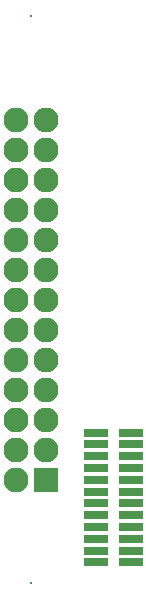
<source format=gbs>
G04*
G04 #@! TF.GenerationSoftware,Altium Limited,Altium Designer,20.2.7 (254)*
G04*
G04 Layer_Color=16711935*
%FSLAX44Y44*%
%MOMM*%
G71*
G04*
G04 #@! TF.SameCoordinates,A9EDBE35-11DE-427E-9D3E-92A449E16AAC*
G04*
G04*
G04 #@! TF.FilePolarity,Negative*
G04*
G01*
G75*
%ADD15C,2.1040*%
%ADD16R,2.1040X2.1040*%
%ADD17C,0.2040*%
%ADD24R,2.0040X0.8040*%
D15*
X12300Y390000D02*
D03*
X37700D02*
D03*
Y364600D02*
D03*
X12300D02*
D03*
Y186800D02*
D03*
X37700D02*
D03*
X12300Y161400D02*
D03*
X37700D02*
D03*
X12300Y136000D02*
D03*
X37700D02*
D03*
X12300Y110600D02*
D03*
X37700Y212200D02*
D03*
X12300D02*
D03*
X37700Y237600D02*
D03*
X12300D02*
D03*
X37700Y263000D02*
D03*
X12300D02*
D03*
X37700Y288400D02*
D03*
X12300D02*
D03*
Y313800D02*
D03*
X37700D02*
D03*
Y339200D02*
D03*
X12300D02*
D03*
X37700Y415400D02*
D03*
X12300D02*
D03*
D16*
X37700Y110600D02*
D03*
D17*
X25000Y504000D02*
D03*
Y24000D02*
D03*
D24*
X109750Y41000D02*
D03*
Y51000D02*
D03*
Y61000D02*
D03*
Y71000D02*
D03*
Y81000D02*
D03*
Y91000D02*
D03*
Y101000D02*
D03*
Y111000D02*
D03*
Y121000D02*
D03*
Y131000D02*
D03*
Y141000D02*
D03*
Y151000D02*
D03*
X80250Y41000D02*
D03*
Y51000D02*
D03*
Y61000D02*
D03*
Y71000D02*
D03*
Y81000D02*
D03*
Y91000D02*
D03*
Y101000D02*
D03*
Y111000D02*
D03*
Y121000D02*
D03*
Y131000D02*
D03*
Y141000D02*
D03*
Y151000D02*
D03*
M02*

</source>
